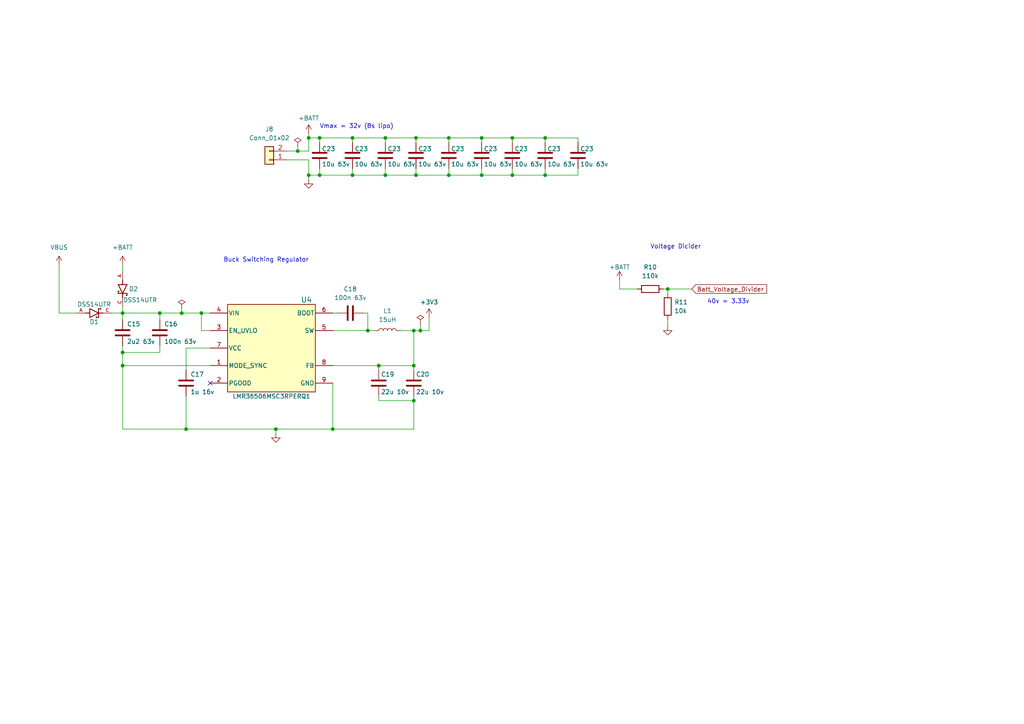
<source format=kicad_sch>
(kicad_sch (version 20230121) (generator eeschema)
  (paper "A4")
  (lib_symbols
    (symbol "2024-01-23_05-03-01:LMR36506MSC3RPERQ1" (pin_names (offset 0.254))
      (property "Reference" "U4" (at 10.16 11.43 0))
      (property "Value" "LMR36506MSC3RPERQ1" (at 0 -16.51 0))
      (symbol "LMR36506MSC3RPERQ1_0_1"
        (polyline (pts (xy -12.7 -15.24) (xy 12.7 -15.24)) (stroke (width 0.2032)))
        (polyline (pts (xy -12.7 10.16) (xy -12.7 -15.24)) (stroke (width 0.2032)))
        (polyline (pts (xy 12.7 -15.24) (xy 12.7 10.16)) (stroke (width 0.2032)))
        (polyline (pts (xy 12.7 10.16) (xy -12.7 10.16)) (stroke (width 0.2032)))
        (pin input line (at -17.78 -7.62 0) (length 5.08) (name "MODE_SYNC") (number "1"))
        (pin output line (at -17.78 -12.7 0) (length 5.08) (name "PGOOD") (number "2"))
        (pin unspecified line (at -17.78 2.54 0) (length 5.08) (name "EN_UVLO") (number "3"))
        (pin power_in line (at -17.78 7.62 0) (length 5.08) (name "VIN") (number "4"))
        (pin unspecified line (at 17.78 7.62 180) (length 5.08) (name "BOOT") (number "6"))
        (pin power_in line (at -17.78 -2.54 0) (length 5.08) (name "VCC") (number "7"))
        (pin unspecified line (at 17.78 -7.62 180) (length 5.08) (name "FB") (number "8"))
        (pin power_in line (at 17.78 -12.7 180) (length 5.08) (name "GND") (number "9"))
      )
      (symbol "LMR36506MSC3RPERQ1_1_1"
        (rectangle (start -12.7 10.16) (end 12.7 -15.24) (fill (type background)))
        (pin power_out line (at 17.78 2.54 180) (length 5.08) (name "SW") (number "5"))
      )
    )
    (symbol "Connector_Generic:Conn_01x02" (pin_names (offset 1.016) hide)
      (property "Reference" "J" (at 0 2.54 0))
      (property "Value" "Conn_01x02" (at 0 -5.08 0))
      (symbol "Conn_01x02_1_1"
        (rectangle (start -1.27 -2.413) (end 0 -2.667) (stroke (width 0.1524)))
        (rectangle (start -1.27 0.127) (end 0 -0.127) (stroke (width 0.1524)))
        (rectangle (start -1.27 1.27) (end 1.27 -3.81) (stroke (width 0.254)) (fill (type background)))
        (pin passive line (at -5.08 0 0) (length 3.81) (name "Pin_1") (number "1"))
        (pin passive line (at -5.08 -2.54 0) (length 3.81) (name "Pin_2") (number "2"))
      )
    )
    (symbol "DSS14UTR:DSS14UTR" (pin_names (offset 1.016))
      (property "Reference" "D" (at -5.08 2.54 0))
      (property "Value" "DSS14UTR" (at -5.08 -3.81 0))
      (symbol "DSS14UTR_0_0"
        (polyline (pts (xy -2.54 0) (xy -1.27 0)) (stroke (width 0.254)))
        (polyline (pts (xy -1.27 -1.27) (xy 1.27 0)) (stroke (width 0.254)))
        (polyline (pts (xy -1.27 0) (xy -1.27 -1.27)) (stroke (width 0.254)))
        (polyline (pts (xy -1.27 1.27) (xy -1.27 0)) (stroke (width 0.254)))
        (polyline (pts (xy 0.635 -1.016) (xy 0.635 -1.27)) (stroke (width 0.254)))
        (polyline (pts (xy 1.27 -1.27) (xy 0.635 -1.27)) (stroke (width 0.254)))
        (polyline (pts (xy 1.27 0) (xy -1.27 1.27)) (stroke (width 0.254)))
        (polyline (pts (xy 1.27 0) (xy 1.27 -1.27)) (stroke (width 0.254)))
        (polyline (pts (xy 1.27 1.27) (xy 1.27 0)) (stroke (width 0.254)))
        (polyline (pts (xy 1.905 1.27) (xy 1.27 1.27)) (stroke (width 0.254)))
        (polyline (pts (xy 1.905 1.27) (xy 1.905 1.016)) (stroke (width 0.254)))
        (polyline (pts (xy 2.54 0) (xy 1.27 0)) (stroke (width 0.254)))
        (pin passive line (at -5.08 0 0) (length 2.54) (name "~") (number "A"))
        (pin passive line (at 5.08 0 180) (length 2.54) (name "~") (number "C"))
      )
    )
    (symbol "Device:C" (pin_numbers hide) (pin_names (offset 0.254))
      (property "Reference" "C" (at 0.635 2.54 0))
      (property "Value" "C" (at 0.635 -2.54 0))
      (symbol "C_0_1"
        (polyline (pts (xy -2.032 -0.762) (xy 2.032 -0.762)) (stroke (width 0.508)))
        (polyline (pts (xy -2.032 0.762) (xy 2.032 0.762)) (stroke (width 0.508)))
      )
      (symbol "C_1_1"
        (pin passive line (at 0 3.81 270) (length 2.794) (name "~") (number "1"))
        (pin passive line (at 0 -3.81 90) (length 2.794) (name "~") (number "2"))
      )
    )
    (symbol "Device:L" (pin_numbers hide) (pin_names (offset 1.016) hide)
      (property "Reference" "L" (at -1.27 0 90))
      (property "Value" "L" (at 1.905 0 90))
      (symbol "L_0_1"
        (arc (start 0 -2.54) (mid 0.6323 -1.905) (end 0 -1.27))
        (arc (start 0 -1.27) (mid 0.6323 -0.635) (end 0 0))
        (arc (start 0 0) (mid 0.6323 0.635) (end 0 1.27))
        (arc (start 0 1.27) (mid 0.6323 1.905) (end 0 2.54))
      )
      (symbol "L_1_1"
        (pin passive line (at 0 3.81 270) (length 1.27) (name "1") (number "1"))
        (pin passive line (at 0 -3.81 90) (length 1.27) (name "2") (number "2"))
      )
    )
    (symbol "Device:R" (pin_numbers hide) (pin_names (offset 0))
      (property "Reference" "R" (at 2.032 0 90))
      (property "Value" "R" (at 0 0 90))
      (symbol "R_0_1"
        (rectangle (start -1.016 -2.54) (end 1.016 2.54) (stroke (width 0.254)))
      )
      (symbol "R_1_1"
        (pin passive line (at 0 3.81 270) (length 1.27) (name "~") (number "1"))
        (pin passive line (at 0 -3.81 90) (length 1.27) (name "~") (number "2"))
      )
    )
    (symbol "power:+3V3" (power) (pin_names (offset 0))
      (property "Value" "+3V3" (at 0 3.556 0))
      (symbol "+3V3_0_1"
        (polyline (pts (xy -0.762 1.27) (xy 0 2.54)))
        (polyline (pts (xy 0 0) (xy 0 2.54)))
        (polyline (pts (xy 0 2.54) (xy 0.762 1.27)))
      )
      (symbol "+3V3_1_1"
        (pin power_in line (at 0 0 90) (length 0) hide (name "+3V3") (number "1"))
      )
    )
    (symbol "power:+BATT" (power) (pin_names (offset 0))
      (property "Value" "+BATT" (at 0 3.556 0))
      (symbol "+BATT_0_1"
        (polyline (pts (xy -0.762 1.27) (xy 0 2.54)))
        (polyline (pts (xy 0 0) (xy 0 2.54)))
        (polyline (pts (xy 0 2.54) (xy 0.762 1.27)))
      )
      (symbol "+BATT_1_1"
        (pin power_in line (at 0 0 90) (length 0) hide (name "+BATT") (number "1"))
      )
    )
    (symbol "power:GND" (power) (pin_names (offset 0))
      (property "Value" "GND" (at 0 -3.81 0))
      (symbol "GND_0_1"
        (polyline (pts (xy 0 0) (xy 0 -1.27) (xy 1.27 -1.27) (xy 0 -2.54) (xy -1.27 -1.27) (xy 0 -1.27)))
      )
      (symbol "GND_1_1"
        (pin power_in line (at 0 0 270) (length 0) hide (name "GND") (number "1"))
      )
    )
    (symbol "power:PWR_FLAG" (power) (pin_numbers hide) (pin_names (offset 0) hide)
      (property "Value" "PWR_FLAG" (at 0 3.81 0))
      (symbol "PWR_FLAG_0_0"
        (pin power_out line (at 0 0 90) (length 0) (name "pwr") (number "1"))
      )
      (symbol "PWR_FLAG_0_1"
        (polyline (pts (xy 0 0) (xy 0 1.27) (xy -1.016 1.905) (xy 0 2.54) (xy 1.016 1.905) (xy 0 1.27)))
      )
    )
    (symbol "power:VBUS" (power) (pin_names (offset 0))
      (property "Value" "VBUS" (at 0 3.81 0))
      (symbol "VBUS_0_1"
        (polyline (pts (xy -0.762 1.27) (xy 0 2.54)))
        (polyline (pts (xy 0 0) (xy 0 2.54)))
        (polyline (pts (xy 0 2.54) (xy 0.762 1.27)))
      )
      (symbol "VBUS_1_1"
        (pin power_in line (at 0 0 90) (length 0) hide (name "VBUS") (number "1"))
      )
    )
  )
  (junction (at 120.015 95.885))
  (junction (at 158.115 40.005))
  (junction (at 148.59 50.8))
  (junction (at 102.235 50.8))
  (junction (at 111.76 50.8))
  (junction (at 120.015 106.045))
  (junction (at 148.59 40.005))
  (junction (at 139.7 50.8))
  (junction (at 53.975 124.46))
  (junction (at 35.56 102.235))
  (junction (at 35.56 90.805))
  (junction (at 52.705 90.805))
  (junction (at 120.65 40.005))
  (junction (at 139.7 40.005))
  (junction (at 120.65 50.8))
  (junction (at 130.175 40.005))
  (junction (at 92.71 40.005))
  (junction (at 92.71 50.8))
  (junction (at 106.68 95.885))
  (junction (at 96.52 124.46))
  (junction (at 46.355 90.805))
  (junction (at 120.015 116.205))
  (junction (at 130.175 50.8))
  (junction (at 158.115 50.8))
  (junction (at 58.42 90.805))
  (junction (at 89.535 40.005))
  (junction (at 193.675 83.82))
  (junction (at 111.76 40.005))
  (junction (at 80.01 124.46))
  (junction (at 121.92 95.885))
  (junction (at 86.36 43.815))
  (junction (at 35.56 106.045))
  (junction (at 102.235 40.005))
  (junction (at 109.855 106.045))
  (junction (at 89.535 50.8))
  (no_connect (at 60.96 111.125))
  (wire (pts (xy 89.535 40.005) (xy 92.71 40.005)))
  (wire (pts (xy 130.175 50.8) (xy 139.7 50.8)))
  (wire (pts (xy 89.535 40.005) (xy 89.535 43.815)))
  (wire (pts (xy 35.56 88.9) (xy 35.56 90.805)))
  (wire (pts (xy 92.71 41.275) (xy 92.71 40.005)))
  (wire (pts (xy 130.175 48.895) (xy 130.175 50.8)))
  (wire (pts (xy 139.7 40.005) (xy 139.7 41.275)))
  (wire (pts (xy 148.59 48.895) (xy 148.59 50.8)))
  (wire (pts (xy 35.56 124.46) (xy 53.975 124.46)))
  (wire (pts (xy 120.65 40.005) (xy 130.175 40.005)))
  (wire (pts (xy 92.71 50.8) (xy 102.235 50.8)))
  (wire (pts (xy 96.52 124.46) (xy 80.01 124.46)))
  (wire (pts (xy 158.115 48.895) (xy 158.115 50.8)))
  (wire (pts (xy 102.235 40.005) (xy 111.76 40.005)))
  (wire (pts (xy 111.76 50.8) (xy 111.76 48.895)))
  (wire (pts (xy 102.235 50.8) (xy 111.76 50.8)))
  (wire (pts (xy 121.92 95.885) (xy 120.015 95.885)))
  (wire (pts (xy 35.56 102.235) (xy 35.56 100.33)))
  (wire (pts (xy 109.855 116.205) (xy 120.015 116.205)))
  (wire (pts (xy 109.855 106.045) (xy 120.015 106.045)))
  (wire (pts (xy 32.385 90.805) (xy 35.56 90.805)))
  (wire (pts (xy 52.705 90.805) (xy 58.42 90.805)))
  (wire (pts (xy 92.71 40.005) (xy 102.235 40.005)))
  (wire (pts (xy 139.7 50.8) (xy 148.59 50.8)))
  (wire (pts (xy 120.015 106.045) (xy 120.015 95.885)))
  (wire (pts (xy 52.705 89.535) (xy 52.705 90.805)))
  (wire (pts (xy 158.115 40.005) (xy 167.64 40.005)))
  (wire (pts (xy 96.52 106.045) (xy 109.855 106.045)))
  (wire (pts (xy 120.015 116.205) (xy 120.015 114.935)))
  (wire (pts (xy 96.52 95.885) (xy 106.68 95.885)))
  (wire (pts (xy 102.235 48.895) (xy 102.235 50.8)))
  (wire (pts (xy 86.36 43.815) (xy 89.535 43.815)))
  (wire (pts (xy 130.175 40.005) (xy 139.7 40.005)))
  (wire (pts (xy 130.175 40.005) (xy 130.175 41.275)))
  (wire (pts (xy 35.56 90.805) (xy 35.56 92.71)))
  (wire (pts (xy 109.855 106.045) (xy 109.855 107.315)))
  (wire (pts (xy 193.675 92.71) (xy 193.675 94.615)))
  (wire (pts (xy 105.41 90.805) (xy 106.68 90.805)))
  (wire (pts (xy 106.68 90.805) (xy 106.68 95.885)))
  (wire (pts (xy 167.64 50.8) (xy 167.64 48.895)))
  (wire (pts (xy 60.96 95.885) (xy 58.42 95.885)))
  (wire (pts (xy 148.59 40.005) (xy 158.115 40.005)))
  (wire (pts (xy 120.015 124.46) (xy 96.52 124.46)))
  (wire (pts (xy 179.705 81.28) (xy 179.705 83.82)))
  (wire (pts (xy 83.185 46.355) (xy 89.535 46.355)))
  (wire (pts (xy 139.7 40.005) (xy 148.59 40.005)))
  (wire (pts (xy 109.855 114.935) (xy 109.855 116.205)))
  (wire (pts (xy 121.92 93.98) (xy 121.92 95.885)))
  (wire (pts (xy 193.675 83.82) (xy 200.66 83.82)))
  (wire (pts (xy 158.115 40.005) (xy 158.115 41.275)))
  (wire (pts (xy 96.52 90.805) (xy 97.79 90.805)))
  (wire (pts (xy 53.975 100.965) (xy 53.975 107.315)))
  (wire (pts (xy 139.7 50.8) (xy 139.7 48.895)))
  (wire (pts (xy 80.01 125.73) (xy 80.01 124.46)))
  (wire (pts (xy 111.76 40.005) (xy 120.65 40.005)))
  (wire (pts (xy 111.76 50.8) (xy 120.65 50.8)))
  (wire (pts (xy 58.42 95.885) (xy 58.42 90.805)))
  (wire (pts (xy 106.68 95.885) (xy 108.585 95.885)))
  (wire (pts (xy 46.355 100.33) (xy 46.355 102.235)))
  (wire (pts (xy 167.64 40.005) (xy 167.64 41.275)))
  (wire (pts (xy 92.71 48.895) (xy 92.71 50.8)))
  (wire (pts (xy 46.355 102.235) (xy 35.56 102.235)))
  (wire (pts (xy 96.52 111.125) (xy 96.52 124.46)))
  (wire (pts (xy 86.36 42.545) (xy 86.36 43.815)))
  (wire (pts (xy 120.015 116.205) (xy 120.015 124.46)))
  (wire (pts (xy 46.355 90.805) (xy 35.56 90.805)))
  (wire (pts (xy 120.65 41.275) (xy 120.65 40.005)))
  (wire (pts (xy 179.705 83.82) (xy 184.785 83.82)))
  (wire (pts (xy 120.015 107.315) (xy 120.015 106.045)))
  (wire (pts (xy 120.65 48.895) (xy 120.65 50.8)))
  (wire (pts (xy 120.65 50.8) (xy 130.175 50.8)))
  (wire (pts (xy 192.405 83.82) (xy 193.675 83.82)))
  (wire (pts (xy 53.975 114.935) (xy 53.975 124.46)))
  (wire (pts (xy 35.56 102.235) (xy 35.56 106.045)))
  (wire (pts (xy 102.235 40.005) (xy 102.235 41.275)))
  (wire (pts (xy 124.46 95.885) (xy 121.92 95.885)))
  (wire (pts (xy 89.535 50.8) (xy 89.535 52.07)))
  (wire (pts (xy 124.46 92.075) (xy 124.46 95.885)))
  (wire (pts (xy 60.96 106.045) (xy 35.56 106.045)))
  (wire (pts (xy 158.115 50.8) (xy 167.64 50.8)))
  (wire (pts (xy 83.185 43.815) (xy 86.36 43.815)))
  (wire (pts (xy 89.535 38.735) (xy 89.535 40.005)))
  (wire (pts (xy 60.96 100.965) (xy 53.975 100.965)))
  (wire (pts (xy 46.355 90.805) (xy 52.705 90.805)))
  (wire (pts (xy 17.145 90.805) (xy 22.225 90.805)))
  (wire (pts (xy 58.42 90.805) (xy 60.96 90.805)))
  (wire (pts (xy 46.355 90.805) (xy 46.355 92.71)))
  (wire (pts (xy 17.145 76.835) (xy 17.145 90.805)))
  (wire (pts (xy 148.59 50.8) (xy 158.115 50.8)))
  (wire (pts (xy 89.535 46.355) (xy 89.535 50.8)))
  (wire (pts (xy 193.675 83.82) (xy 193.675 85.09)))
  (wire (pts (xy 35.56 76.835) (xy 35.56 78.74)))
  (wire (pts (xy 89.535 50.8) (xy 92.71 50.8)))
  (wire (pts (xy 148.59 41.275) (xy 148.59 40.005)))
  (wire (pts (xy 120.015 95.885) (xy 116.205 95.885)))
  (wire (pts (xy 53.975 124.46) (xy 80.01 124.46)))
  (wire (pts (xy 111.76 40.005) (xy 111.76 41.275)))
  (wire (pts (xy 35.56 106.045) (xy 35.56 124.46)))
  (text "40v = 3.33v" (at 205.105 88.265 0) (effects (font (size 1.27 1.27)) (justify left bottom)))
  (text "Voltage Dicider" (at 188.595 72.39 0) (effects (font (size 1.27 1.27)) (justify left bottom)))
  (text "Buck Switching Regulator" (at 64.77 76.2 0) (effects (font (size 1.27 1.27)) (justify left bottom)))
  (text "Vmax = 32v (8s lipo)" (at 92.71 37.465 0) (effects (font (size 1.27 1.27)) (justify left bottom)))
  (global_label "Batt_Voltage_Divider" (shape input) (at 200.66 83.82 0) (property "Intersheetrefs" "${INTERSHEET_REFS}" (effects hide)))
  (symbol (lib_id "Device:C") (at 35.56 96.52 0) (unit 1)
    (property "Reference" "C15" (at 36.83 93.98 0) (effects (justify left)))
    (property "Value" "2u2 63v" (at 36.83 99.06 0) (effects (justify left)))
  )
  (symbol (lib_id "Device:C") (at 102.235 45.085 0) (unit 1)
    (property "Reference" "C23" (at 102.87 43.18 0) (effects (justify left)))
    (property "Value" "10u 63v" (at 102.87 47.625 0) (effects (justify left)))
    (instances (project "100w BLDC Motor Controller Pathfinder" (path "" (reference "C23") (unit 1)) (path "" (reference "C35") (unit 1))))
  )
  (symbol (lib_id "Device:C") (at 120.65 45.085 0) (unit 1)
    (property "Reference" "C23" (at 121.285 43.18 0) (effects (justify left)))
    (property "Value" "10u 63v" (at 121.285 47.625 0) (effects (justify left)))
    (instances (project "100w BLDC Motor Controller Pathfinder" (path "" (reference "C23") (unit 1)) (path "" (reference "C37") (unit 1))))
  )
  (symbol (lib_id "power:GND") (at 193.675 94.615 0) (unit 1)
    (property "Reference" "#PWR020" (effects hide))
    (property "Value" "GND" (effects hide))
    (instances (project "100w BLDC Motor Controller Pathfinder" (path "" (reference "#PWR020") (unit 1)) (path "" (reference "#PWR031") (unit 1))))
  )
  (symbol (lib_id "Device:C") (at 53.975 111.125 0) (unit 1)
    (property "Reference" "C17" (at 55.245 108.585 0) (effects (justify left)))
    (property "Value" "1u 16v" (at 55.245 113.665 0) (effects (justify left)))
  )
  (symbol (lib_id "Device:C") (at 167.64 45.085 0) (unit 1)
    (property "Reference" "C23" (at 168.275 43.18 0) (effects (justify left)))
    (property "Value" "10u 63v" (at 168.275 47.625 0) (effects (justify left)))
    (instances (project "100w BLDC Motor Controller Pathfinder" (path "" (reference "C23") (unit 1)) (path "" (reference "C42") (unit 1))))
  )
  (symbol (lib_id "Device:L") (at 112.395 95.885 90) (unit 1)
    (property "Reference" "L1" (at 112.395 90.17 90))
    (property "Value" "15uH" (at 112.395 92.71 90))
  )
  (symbol (lib_id "power:+BATT") (at 35.56 76.835 0) (unit 1)
    (property "Reference" "#PWR019" (effects hide))
    (property "Value" "+BATT" (at 35.56 71.755 0))
  )
  (symbol (lib_id "2024-01-23_05-03-01:LMR36506MSC3RPERQ1") (at 78.74 98.425 0) (unit 1)
    (property "Reference" "U4" (at 88.9 86.995 0) (effects (font (size 1.524 1.524))))
    (property "Value" "LMR36506MSC3RPERQ1" (at 78.74 114.935 0))
    (property "Footprint" "RPE0009A" (effects hide))
    (property "Datasheet" "LMR36506MSC3RPERQ1" (effects hide))
  )
  (symbol (lib_id "power:PWR_FLAG") (at 121.92 93.98 0) (unit 1)
    (property "Reference" "#FLG03" (effects hide))
    (property "Value" "PWR_FLAG" (effects hide))
  )
  (symbol (lib_id "DSS14UTR:DSS14UTR") (at 35.56 83.82 270) (unit 1)
    (property "Reference" "D2" (at 38.735 83.82 90))
    (property "Value" "DSS14UTR" (at 40.64 86.995 90))
    (property "Footprint" "DSS14UTR:SODFL3618X110N" (effects hide))
    (property "MF" "SMC Diode Solutions" (effects hide))
    (property "Description" "\nDiode Schottky 40 V 1A Surface Mount SOD-123FL\n" (effects hide))
    (property "Package" "SOD-123F SMC Diode Solutions" (effects hide))
    (property "Price" "None" (effects hide))
    (property "Check_prices" "https://www.snapeda.com/parts/DSS14UTR/SMC+Diode+Solutions/view-part/?ref=eda" (effects hide))
    (property "SnapEDA_Link" "https://www.snapeda.com/parts/DSS14UTR/SMC+Diode+Solutions/view-part/?ref=snap" (effects hide))
    (property "MP" "DSS14UTR" (effects hide))
    (property "Availability" "In Stock" (effects hide))
    (property "Purchase-URL" "https://pricing.snapeda.com/search/part/DSS14UTR/?ref=eda" (effects hide))
  )
  (symbol (lib_id "power:+BATT") (at 89.535 38.735 0) (unit 1)
    (property "Reference" "#PWR044" (effects hide))
    (property "Value" "+BATT" (at 89.535 34.29 0))
  )
  (symbol (lib_id "Device:C") (at 92.71 45.085 0) (unit 1)
    (property "Reference" "C23" (at 93.345 43.18 0) (effects (justify left)))
    (property "Value" "10u 63v" (at 93.345 47.625 0) (effects (justify left)))
    (instances (project "100w BLDC Motor Controller Pathfinder" (path "" (reference "C23") (unit 1)) (path "" (reference "C34") (unit 1))))
  )
  (symbol (lib_id "Device:C") (at 158.115 45.085 0) (unit 1)
    (property "Reference" "C23" (at 158.75 43.18 0) (effects (justify left)))
    (property "Value" "10u 63v" (at 158.75 47.625 0) (effects (justify left)))
    (instances (project "100w BLDC Motor Controller Pathfinder" (path "" (reference "C23") (unit 1)) (path "" (reference "C41") (unit 1))))
  )
  (symbol (lib_id "power:GND") (at 80.01 125.73 0) (unit 1)
    (property "Reference" "#PWR020" (effects hide))
    (property "Value" "GND" (effects hide))
  )
  (symbol (lib_id "Device:C") (at 130.175 45.085 0) (unit 1)
    (property "Reference" "C23" (at 130.81 43.18 0) (effects (justify left)))
    (property "Value" "10u 63v" (at 130.81 47.625 0) (effects (justify left)))
    (instances (project "100w BLDC Motor Controller Pathfinder" (path "" (reference "C23") (unit 1)) (path "" (reference "C38") (unit 1))))
  )
  (symbol (lib_id "Device:C") (at 101.6 90.805 90) (unit 1)
    (property "Reference" "C18" (at 101.6 83.82 90))
    (property "Value" "100n 63v" (at 101.6 86.36 90))
  )
  (symbol (lib_id "Device:C") (at 120.015 111.125 180) (unit 1)
    (property "Reference" "C20" (at 120.65 108.585 0) (effects (justify right)))
    (property "Value" "22u 10v" (at 120.65 113.665 0) (effects (justify right)))
  )
  (symbol (lib_id "Device:C") (at 148.59 45.085 0) (unit 1)
    (property "Reference" "C23" (at 149.225 43.18 0) (effects (justify left)))
    (property "Value" "10u 63v" (at 149.225 47.625 0) (effects (justify left)))
    (instances (project "100w BLDC Motor Controller Pathfinder" (path "" (reference "C23") (unit 1)) (path "" (reference "C40") (unit 1))))
  )
  (symbol (lib_id "power:PWR_FLAG") (at 52.705 89.535 0) (unit 1)
    (property "Reference" "#FLG02" (effects hide))
    (property "Value" "PWR_FLAG" (effects hide))
    (instances (project "100w BLDC Motor Controller Pathfinder" (path "" (reference "#FLG02") (unit 1)) (path "" (reference "#FLG05") (unit 1))))
  )
  (symbol (lib_id "Device:C") (at 111.76 45.085 0) (unit 1)
    (property "Reference" "C23" (at 112.395 43.18 0) (effects (justify left)))
    (property "Value" "10u 63v" (at 112.395 47.625 0) (effects (justify left)))
    (instances (project "100w BLDC Motor Controller Pathfinder" (path "" (reference "C23") (unit 1)) (path "" (reference "C36") (unit 1))))
  )
  (symbol (lib_id "Connector_Generic:Conn_01x02") (at 78.105 46.355 180) (unit 1)
    (property "Reference" "J8" (at 78.105 37.465 0))
    (property "Value" "Conn_01x02" (at 78.105 40.005 0))
    (property "Footprint" "Connector_AMASS:AMASS_XT30U-F_1x02_P5.0mm_Vertical" (effects hide))
  )
  (symbol (lib_id "Device:C") (at 109.855 111.125 180) (unit 1)
    (property "Reference" "C19" (at 110.49 108.585 0) (effects (justify right)))
    (property "Value" "22u 10v" (at 110.49 113.665 0) (effects (justify right)))
  )
  (symbol (lib_id "Device:R") (at 188.595 83.82 90) (unit 1)
    (property "Reference" "R10" (at 188.595 77.47 90))
    (property "Value" "110k" (at 188.595 80.01 90))
  )
  (symbol (lib_id "power:+BATT") (at 179.705 81.28 0) (unit 1)
    (property "Reference" "#PWR019" (effects hide))
    (property "Value" "+BATT" (at 179.705 77.47 0))
    (instances (project "100w BLDC Motor Controller Pathfinder" (path "" (reference "#PWR019") (unit 1)) (path "" (reference "#PWR030") (unit 1))))
  )
  (symbol (lib_id "Device:C") (at 139.7 45.085 0) (unit 1)
    (property "Reference" "C23" (at 140.335 43.18 0) (effects (justify left)))
    (property "Value" "10u 63v" (at 140.335 47.625 0) (effects (justify left)))
    (instances (project "100w BLDC Motor Controller Pathfinder" (path "" (reference "C23") (unit 1)) (path "" (reference "C39") (unit 1))))
  )
  (symbol (lib_id "power:+3V3") (at 124.46 92.075 0) (unit 1)
    (property "Reference" "#PWR021" (effects hide))
    (property "Value" "+3V3" (at 124.46 87.63 0))
  )
  (symbol (lib_id "power:VBUS") (at 17.145 76.835 0) (unit 1)
    (property "Reference" "#PWR018" (effects hide))
    (property "Value" "VBUS" (at 17.145 71.755 0))
  )
  (symbol (lib_id "DSS14UTR:DSS14UTR") (at 27.305 90.805 0) (unit 1)
    (property "Reference" "D1" (at 27.305 93.345 0))
    (property "Value" "DSS14UTR" (at 27.305 88.265 0))
    (property "Footprint" "DSS14UTR:SODFL3618X110N" (effects hide))
    (property "MF" "SMC Diode Solutions" (effects hide))
    (property "Description" "\nDiode Schottky 40 V 1A Surface Mount SOD-123FL\n" (effects hide))
    (property "Package" "SOD-123F SMC Diode Solutions" (effects hide))
    (property "Price" "None" (effects hide))
    (property "Check_prices" "https://www.snapeda.com/parts/DSS14UTR/SMC+Diode+Solutions/view-part/?ref=eda" (effects hide))
    (property "SnapEDA_Link" "https://www.snapeda.com/parts/DSS14UTR/SMC+Diode+Solutions/view-part/?ref=snap" (effects hide))
    (property "MP" "DSS14UTR" (effects hide))
    (property "Availability" "In Stock" (effects hide))
    (property "Purchase-URL" "https://pricing.snapeda.com/search/part/DSS14UTR/?ref=eda" (effects hide))
  )
  (symbol (lib_id "Device:R") (at 193.675 88.9 180) (unit 1)
    (property "Reference" "R11" (at 195.58 87.63 0) (effects (justify right)))
    (property "Value" "10k" (at 195.58 90.17 0) (effects (justify right)))
  )
  (symbol (lib_id "Device:C") (at 46.355 96.52 0) (unit 1)
    (property "Reference" "C16" (at 47.625 93.98 0) (effects (justify left)))
    (property "Value" "100n 63v" (at 47.625 99.06 0) (effects (justify left)))
  )
  (symbol (lib_id "power:GND") (at 89.535 52.07 0) (unit 1)
    (property "Reference" "#PWR020" (effects hide))
    (property "Value" "GND" (effects hide))
    (instances (project "100w BLDC Motor Controller Pathfinder" (path "" (reference "#PWR020") (unit 1)) (path "" (reference "#PWR045") (unit 1))))
  )
  (symbol (lib_id "power:PWR_FLAG") (at 86.36 42.545 0) (unit 1)
    (property "Reference" "#FLG02" (effects hide))
    (property "Value" "PWR_FLAG" (effects hide))
    (instances (project "100w BLDC Motor Controller Pathfinder" (path "" (reference "#FLG02") (unit 1)) (path "" (reference "#FLG04") (unit 1))))
  )
)
</source>
